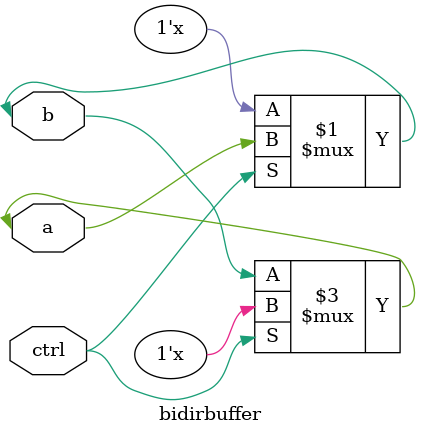
<source format=v>
module bidirbuffer(a,b,ctrl);
input ctrl;
inout a,b;
bufif1 b1(b,a,ctrl);
bufif1 b2(a,b,~ctrl);
endmodule

</source>
